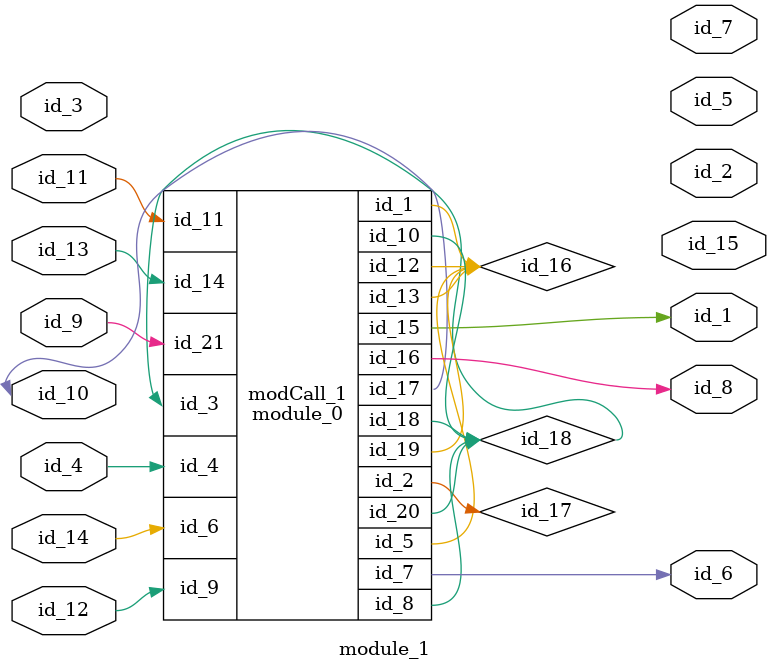
<source format=v>
module module_0 (
    id_1,
    id_2,
    id_3,
    id_4,
    id_5,
    id_6,
    id_7,
    id_8,
    id_9,
    id_10,
    id_11,
    id_12,
    id_13,
    id_14,
    id_15,
    id_16,
    id_17,
    id_18,
    id_19,
    id_20,
    id_21
);
  input wire id_21;
  inout wire id_20;
  inout wire id_19;
  inout wire id_18;
  inout wire id_17;
  output wire id_16;
  output wire id_15;
  input wire id_14;
  output wire id_13;
  inout wire id_12;
  input wire id_11;
  output wire id_10;
  input wire id_9;
  inout wire id_8;
  output wire id_7;
  input wire id_6;
  inout wire id_5;
  input wire id_4;
  input wire id_3;
  output wire id_2;
  output wire id_1;
  always @* $display;
endmodule
module module_1 (
    id_1,
    id_2,
    id_3,
    id_4,
    id_5,
    id_6,
    id_7,
    id_8,
    id_9,
    id_10,
    id_11,
    id_12,
    id_13,
    id_14,
    id_15
);
  output wire id_15;
  input wire id_14;
  input wire id_13;
  input wire id_12;
  input wire id_11;
  inout wire id_10;
  inout wire id_9;
  output wire id_8;
  output wire id_7;
  output wire id_6;
  output wire id_5;
  input wire id_4;
  input wire id_3;
  output wire id_2;
  output wire id_1;
  wire id_16;
  wire id_17;
  wire id_18;
  module_0 modCall_1 (
      id_16,
      id_17,
      id_18,
      id_4,
      id_16,
      id_14,
      id_6,
      id_18,
      id_12,
      id_18,
      id_11,
      id_16,
      id_16,
      id_13,
      id_1,
      id_8,
      id_10,
      id_18,
      id_16,
      id_18,
      id_9
  );
endmodule

</source>
